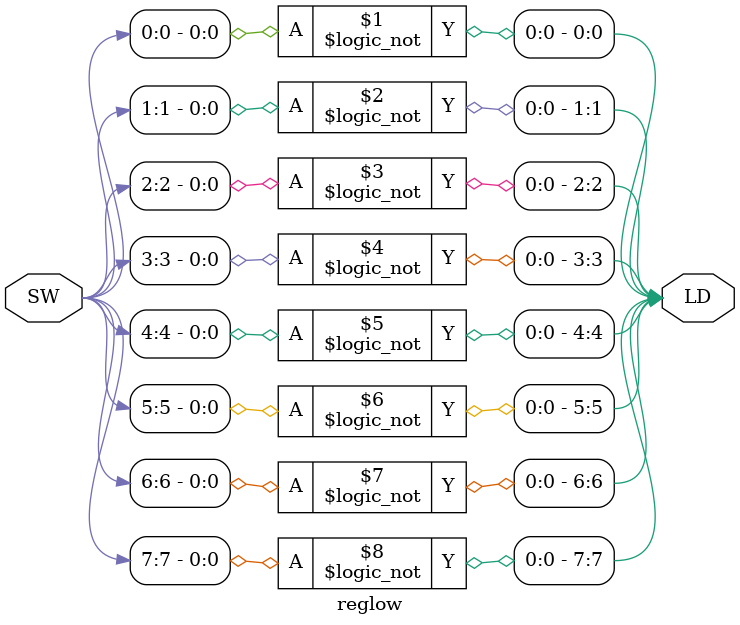
<source format=v>
`timescale 1ns / 1ps
module reglow(
    output [7:0] LD,
    input [7:0] SW
    );
assign LD[0]=!SW[0];
assign LD[1]=!SW[1];
assign LD[2]=!SW[2];
assign LD[3]=!SW[3];
assign LD[4]=!SW[4];
assign LD[5]=!SW[5];
assign LD[6]=!SW[6];
assign LD[7]=!SW[7];
endmodule

</source>
